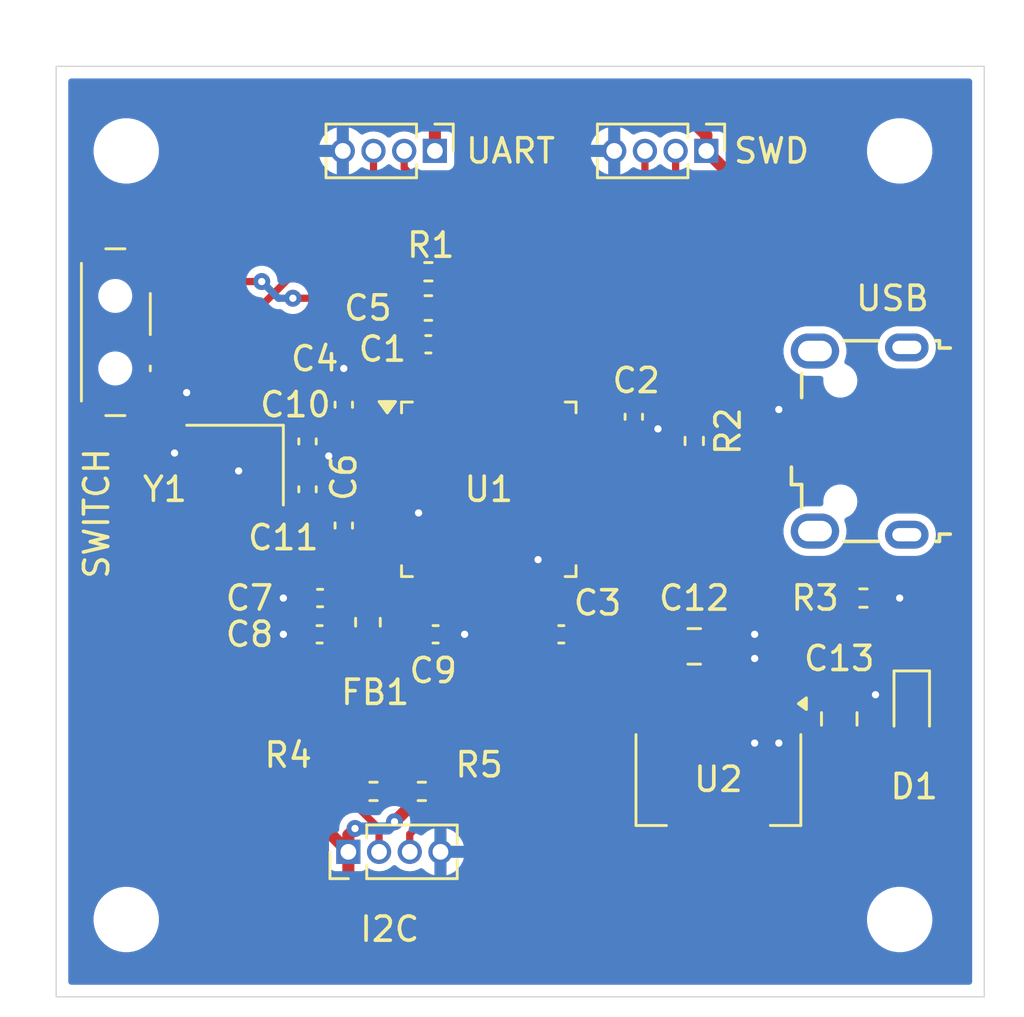
<source format=kicad_pcb>
(kicad_pcb (version 20240108) (generator "pcbnew") (generator_version "8.0")
  (layers (0 "F.Cu" signal) (31 "B.Cu" power) (34 "B.Paste" user) (35 "F.Paste" user) (36 "B.SilkS" user "B.Silkscreen") (37 "F.SilkS" user "F.Silkscreen") (38 "B.Mask" user) (39 "F.Mask" user) (44 "Edge.Cuts" user))
  (net 0 "")
  (net 1 "+3.3V")
  (net 2 "GND")
  (net 3 "+3.3VA")
  (net 4 "/NRST")
  (net 5 "/HSE_IN")
  (net 6 "/HSE_OUT")
  (net 7 "VBUS")
  (net 8 "/PW_LED")
  (net 12 "/USB_D-")
  (net 13 "/USB_D+")
  (net 16 "/SWCLK")
  (net 17 "/SWDIO")
  (net 18 "Net-(J3-Pin_3)")
  (net 19 "Net-(J3-Pin_2)")
  (net 20 "Net-(J4-Pin_2)")
  (net 21 "Net-(J4-Pin_3)")
  (net 22 "/SW_BOOT0")
  (net 23 "/BOOT0")
  (footprint "Capacitor_SMD:C_0603_1608Metric" (layer "F.Cu") (at 81.5 65 180)
    (property "Reference" "C5" (at 2.5 0 360) (layer "F.SilkS"))
    (property "Value" "10u")
    (fp_line (start -0.14058 0.51) (end 0.14058 0.51) (stroke (width 0.12)) (layer "F.SilkS"))
    (fp_line (start -0.14058 -0.51) (end 0.14058 -0.51) (stroke (width 0.12)) (layer "F.SilkS"))
    (pad "1" smd roundrect (at -0.775 0 180) (size 0.9 0.95) (layers "F.Cu" "F.Paste" "F.Mask") (net 2 "GND"))
    (pad "2" smd roundrect (at 0.775 0 180) (size 0.9 0.95) (layers "F.Cu" "F.Paste" "F.Mask") (net 1 "+3.3V"))
  )
  (footprint "Connector_PinHeader_1.27mm:PinHeader_1x04_P1.27mm_Vertical" (layer "F.Cu") (at 78.19 87.5 90)
    (property "Reference" "I2C" (at -3.2 1.71 0) (layer "F.SilkS"))
    (property "Value" "Conn_01x04_Pin")
    (fp_line (start -1.11 -0.76) (end 0 -0.76) (stroke (width 0.12)) (layer "F.SilkS"))
    (fp_line (start -1.11 0) (end -1.11 -0.76) (stroke (width 0.12)) (layer "F.SilkS"))
    (fp_line (start 1.11 0.76) (end 1.11 4.505) (stroke (width 0.12)) (layer "F.SilkS"))
    (fp_line (start 0.563471 0.76) (end 1.11 0.76) (stroke (width 0.12)) (layer "F.SilkS"))
    (fp_line (start -1.11 0.76) (end -0.563471 0.76) (stroke (width 0.12)) (layer "F.SilkS"))
    (fp_line (start -1.11 0.76) (end -1.11 4.505) (stroke (width 0.12)) (layer "F.SilkS"))
    (fp_line (start 0.30753 4.505) (end 1.11 4.505) (stroke (width 0.12)) (layer "F.SilkS"))
    (fp_line (start -1.11 4.505) (end -0.30753 4.505) (stroke (width 0.12)) (layer "F.SilkS"))
    (pad "1" thru_hole rect (at 0 0 90) (size 1 1) (drill 0.65) (layers "*.Cu" "*.Mask") (net 1 "+3.3V"))
    (pad "2" thru_hole oval (at 0 1.27 90) (size 1 1) (drill 0.65) (layers "*.Cu" "*.Mask") (net 20 "Net-(J4-Pin_2)"))
    (pad "3" thru_hole oval (at 0 2.54 90) (size 1 1) (drill 0.65) (layers "*.Cu" "*.Mask") (net 21 "Net-(J4-Pin_3)"))
    (pad "4" thru_hole oval (at 0 3.81 90) (size 1 1) (drill 0.65) (layers "*.Cu" "*.Mask") (net 2 "GND"))
  )
  (footprint "Capacitor_SMD:C_0402_1005Metric" (layer "F.Cu") (at 78 69 -90)
    (property "Reference" "C4" (at -1.9 1.2 180) (layer "F.SilkS"))
    (property "Value" "100n")
    (fp_line (start -0.107836 0.36) (end 0.107836 0.36) (stroke (width 0.12)) (layer "F.SilkS"))
    (fp_line (start -0.107836 -0.36) (end 0.107836 -0.36) (stroke (width 0.12)) (layer "F.SilkS"))
    (pad "1" smd roundrect (at -0.48 0 270) (size 0.56 0.62) (layers "F.Cu" "F.Paste" "F.Mask") (net 2 "GND"))
    (pad "2" smd roundrect (at 0.48 0 270) (size 0.56 0.62) (layers "F.Cu" "F.Paste" "F.Mask") (net 1 "+3.3V"))
  )
  (footprint "Button_Switch_SMD:SW_SPDT_PCM12" (layer "F.Cu") (at 68.875 66 -90)
    (property "Reference" "SWITCH" (at 7.5 1.1 90) (layer "F.SilkS"))
    (property "Value" "SW_SPDT")
    (fp_line (start -2.85 1.73) (end 2.85 1.73) (stroke (width 0.12)) (layer "F.SilkS"))
    (fp_line (start 3.45 0.72) (end 3.45 -0.07) (stroke (width 0.12)) (layer "F.SilkS"))
    (fp_line (start -3.45 -0.07) (end -3.45 0.72) (stroke (width 0.12)) (layer "F.SilkS"))
    (fp_line (start -1.6 -1.12) (end 0.1 -1.12) (stroke (width 0.12)) (layer "F.SilkS"))
    (fp_line (start 1.4 -1.12) (end 1.6 -1.12) (stroke (width 0.12)) (layer "F.SilkS"))
    (pad "" smd rect (at -3.65 -0.78 270) (size 1 0.8) (layers "F.Cu" "F.Paste" "F.Mask"))
    (pad "" smd rect (at -3.65 1.43 270) (size 1 0.8) (layers "F.Cu" "F.Paste" "F.Mask"))
    (pad "" np_thru_hole circle (at -1.5 0.33 270) (size 0.9 0.9) (drill 0.9) (layers "*.Cu" "*.Mask"))
    (pad "" np_thru_hole circle (at 1.5 0.33 270) (size 0.9 0.9) (drill 0.9) (layers "*.Cu" "*.Mask"))
    (pad "" smd rect (at 3.65 -0.78 270) (size 1 0.8) (layers "F.Cu" "F.Paste" "F.Mask"))
    (pad "" smd rect (at 3.65 1.43 270) (size 1 0.8) (layers "F.Cu" "F.Paste" "F.Mask"))
    (pad "1" smd rect (at -2.25 -1.43 270) (size 0.7 1.5) (layers "F.Cu" "F.Paste" "F.Mask") (net 1 "+3.3V"))
    (pad "2" smd rect (at 0.75 -1.43 270) (size 0.7 1.5) (layers "F.Cu" "F.Paste" "F.Mask") (net 22 "/SW_BOOT0"))
    (pad "3" smd rect (at 2.25 -1.43 270) (size 0.7 1.5) (layers "F.Cu" "F.Paste" "F.Mask") (net 2 "GND"))
  )
  (footprint "LED_SMD:LED_0603_1608Metric" (layer "F.Cu") (at 101.5 81.5 -90)
    (property "Reference" "D1" (at 3.3 -0.1 360) (layer "F.SilkS"))
    (property "Value" "LED")
    (fp_line (start -1.485 0.735) (end 0.8 0.735) (stroke (width 0.12)) (layer "F.SilkS"))
    (fp_line (start -1.485 -0.735) (end -1.485 0.735) (stroke (width 0.12)) (layer "F.SilkS"))
    (fp_line (start 0.8 -0.735) (end -1.485 -0.735) (stroke (width 0.12)) (layer "F.SilkS"))
    (pad "1" smd roundrect (at -0.7875 0 270) (size 0.875 0.95) (layers "F.Cu" "F.Paste" "F.Mask") (net 8 "/PW_LED"))
    (pad "2" smd roundrect (at 0.7875 0 270) (size 0.875 0.95) (layers "F.Cu" "F.Paste" "F.Mask") (net 1 "+3.3V"))
  )
  (footprint "Capacitor_SMD:C_0402_1005Metric" (layer "F.Cu") (at 87 78.5)
    (property "Reference" "C3" (at 1.5 -1.3 0) (layer "F.SilkS"))
    (property "Value" "100n")
    (fp_line (start -0.107836 -0.36) (end 0.107836 -0.36) (stroke (width 0.12)) (layer "F.SilkS"))
    (fp_line (start -0.107836 0.36) (end 0.107836 0.36) (stroke (width 0.12)) (layer "F.SilkS"))
    (pad "1" smd roundrect (at -0.48 0) (size 0.56 0.62) (layers "F.Cu" "F.Paste" "F.Mask") (net 2 "GND"))
    (pad "2" smd roundrect (at 0.48 0) (size 0.56 0.62) (layers "F.Cu" "F.Paste" "F.Mask") (net 1 "+3.3V"))
  )
  (footprint "Resistor_SMD:R_0402_1005Metric" (layer "F.Cu") (at 79.23 85 180)
    (property "Reference" "R4" (at 3.53 1.5 360) (layer "F.SilkS"))
    (property "Value" "1k5")
    (fp_line (start -0.153641 0.38) (end 0.153641 0.38) (stroke (width 0.12)) (layer "F.SilkS"))
    (fp_line (start -0.153641 -0.38) (end 0.153641 -0.38) (stroke (width 0.12)) (layer "F.SilkS"))
    (pad "1" smd roundrect (at -0.51 0 180) (size 0.54 0.64) (layers "F.Cu" "F.Paste" "F.Mask") (net 1 "+3.3V"))
    (pad "2" smd roundrect (at 0.51 0 180) (size 0.54 0.64) (layers "F.Cu" "F.Paste" "F.Mask") (net 20 "Net-(J4-Pin_2)"))
  )
  (footprint "MountingHole:MountingHole_2.2mm_M2" (layer "F.Cu") (at 101 58.5)
    (property "Reference" "H3" (hide yes))
    (property "Value" "MountingHole")
    (pad "" np_thru_hole circle (at 0 0) (size 2.2 2.2) (drill 2.2) (layers "*.Cu" "*.Mask"))
  )
  (footprint "Package_TO_SOT_SMD:SOT-223-3_TabPin2" (layer "F.Cu") (at 93.5 84.5 -90)
    (property "Reference" "U2" (at 0 0 180) (layer "F.SilkS"))
    (property "Value" "AMS1117-3.3")
    (fp_line (start -1.85 3.41) (end 1.91 3.41) (stroke (width 0.12)) (layer "F.SilkS"))
    (fp_line (start 1.91 3.41) (end 1.91 2.15) (stroke (width 0.12)) (layer "F.SilkS"))
    (fp_line (start -1.85 -3.41) (end 1.91 -3.41) (stroke (width 0.12)) (layer "F.SilkS"))
    (fp_line (start 1.91 -3.41) (end 1.91 -2.15) (stroke (width 0.12)) (layer "F.SilkS"))
    (fp_poly (pts (xy -3.13 -3.31) (xy -3.37 -3.64) (xy -2.89 -3.64) (xy -3.13 -3.31)) (stroke (width 0.12)) (fill solid) (layer "F.SilkS"))
    (pad "1" smd roundrect (at -3.15 -2.3 270) (size 2 1.5) (layers "F.Cu" "F.Paste" "F.Mask") (net 2 "GND"))
    (pad "2" smd roundrect (at -3.15 0 270) (size 2 1.5) (layers "F.Cu" "F.Paste" "F.Mask") (net 1 "+3.3V"))
    (pad "2" smd roundrect (at 3.15 0 270) (size 2 3.8) (layers "F.Cu" "F.Paste" "F.Mask") (net 1 "+3.3V"))
    (pad "3" smd roundrect (at -3.15 2.3 270) (size 2 1.5) (layers "F.Cu" "F.Paste" "F.Mask") (net 7 "VBUS"))
  )
  (footprint "Connector_USB:USB_Micro-B_Wuerth_629105150521" (layer "F.Cu") (at 99.345 70.505 90)
    (property "Reference" "USB" (at 5.905 1.355 180) (layer "F.SilkS"))
    (property "Value" "USB_B_Micro")
    (fp_line (start -1.075 -2.825) (end -1.8 -2.825) (stroke (width 0.15)) (layer "F.SilkS"))
    (fp_line (start -1.8 -2.825) (end -1.8 -2.4) (stroke (width 0.15)) (layer "F.SilkS"))
    (fp_line (start 1.8 -2.4) (end 2.8 -2.4) (stroke (width 0.15)) (layer "F.SilkS"))
    (fp_line (start -1.8 -2.4) (end -2.8 -2.4) (stroke (width 0.15)) (layer "F.SilkS"))
    (fp_line (start -4.15 -0.65) (end -4.15 0.75) (stroke (width 0.15)) (layer "F.SilkS"))
    (fp_line (start 4.15 0.75) (end 4.15 -0.65) (stroke (width 0.15)) (layer "F.SilkS"))
    (fp_line (start -4.15 3.15) (end -4.15 3.3) (stroke (width 0.15)) (layer "F.SilkS"))
    (fp_line (start 4.15 3.3) (end 4.15 3.15) (stroke (width 0.15)) (layer "F.SilkS"))
    (fp_line (start 3.85 3.3) (end 4.15 3.3) (stroke (width 0.15)) (layer "F.SilkS"))
    (fp_line (start -3.85 3.3) (end -3.85 3.75) (stroke (width 0.15)) (layer "F.SilkS"))
    (fp_line (start -4.15 3.3) (end -3.85 3.3) (stroke (width 0.15)) (layer "F.SilkS"))
    (fp_line (start 3.85 3.75) (end 3.85 3.3) (stroke (width 0.15)) (layer "F.SilkS"))
    (pad "" np_thru_hole oval (at -2.5 -0.8 90) (size 0.8 0.8) (drill 0.8) (layers "*.Cu" "*.Mask"))
    (pad "" np_thru_hole oval (at 2.5 -0.8 90) (size 0.8 0.8) (drill 0.8) (layers "*.Cu" "*.Mask"))
    (pad "1" smd rect (at -1.3 -1.9 90) (size 0.45 1.3) (layers "F.Cu" "F.Paste" "F.Mask") (net 7 "VBUS"))
    (pad "2" smd rect (at -0.65 -1.9 90) (size 0.45 1.3) (layers "F.Cu" "F.Paste" "F.Mask") (net 12 "/USB_D-"))
    (pad "3" smd rect (at 0 -1.9 90) (size 0.45 1.3) (layers "F.Cu" "F.Paste" "F.Mask") (net 13 "/USB_D+"))
    (pad "4" smd rect (at 0.65 -1.9 90) (size 0.45 1.3) (layers "F.Cu" "F.Paste" "F.Mask"))
    (pad "5" smd rect (at 1.3 -1.9 90) (size 0.45 1.3) (layers "F.Cu" "F.Paste" "F.Mask") (net 2 "GND"))
    (pad "6" thru_hole oval (at -3.875 1.95 90) (size 1.15 1.8) (drill oval 0.55 1.2) (layers "*.Cu" "*.Mask"))
    (pad "6" thru_hole oval (at -3.725 -1.85 90) (size 1.45 2) (drill oval 0.85 1.4) (layers "*.Cu" "*.Mask"))
    (pad "6" thru_hole oval (at 3.725 -1.85 90) (size 1.45 2) (drill oval 0.85 1.4) (layers "*.Cu" "*.Mask"))
    (pad "6" thru_hole oval (at 3.875 1.95 90) (size 1.15 1.8) (drill oval 0.55 1.2) (layers "*.Cu" "*.Mask"))
  )
  (footprint "Capacitor_SMD:C_0402_1005Metric" (layer "F.Cu") (at 90 69.5 90)
    (property "Reference" "C2" (at 1.5 0.1 0) (layer "F.SilkS"))
    (property "Value" "100n")
    (fp_line (start -0.107836 -0.36) (end 0.107836 -0.36) (stroke (width 0.12)) (layer "F.SilkS"))
    (fp_line (start -0.107836 0.36) (end 0.107836 0.36) (stroke (width 0.12)) (layer "F.SilkS"))
    (pad "1" smd roundrect (at -0.48 0 90) (size 0.56 0.62) (layers "F.Cu" "F.Paste" "F.Mask") (net 2 "GND"))
    (pad "2" smd roundrect (at 0.48 0 90) (size 0.56 0.62) (layers "F.Cu" "F.Paste" "F.Mask") (net 1 "+3.3V"))
  )
  (footprint "Crystal:Crystal_SMD_3225-4Pin_3.2x2.5mm" (layer "F.Cu") (at 73.5 71.5 180)
    (property "Reference" "Y1" (at 2.9 -1 0) (layer "F.SilkS"))
    (property "Value" "16MHz")
    (fp_line (start -2 1.65) (end 2 1.65) (stroke (width 0.12)) (layer "F.SilkS"))
    (fp_line (start -2 -1.65) (end -2 1.65) (stroke (width 0.12)) (layer "F.SilkS"))
    (pad "1" smd rect (at -1.1 0.85 180) (size 1.4 1.2) (layers "F.Cu" "F.Paste" "F.Mask") (net 5 "/HSE_IN"))
    (pad "2" smd rect (at 1.1 0.85 180) (size 1.4 1.2) (layers "F.Cu" "F.Paste" "F.Mask") (net 2 "GND"))
    (pad "3" smd rect (at 1.1 -0.85 180) (size 1.4 1.2) (layers "F.Cu" "F.Paste" "F.Mask") (net 6 "/HSE_OUT"))
    (pad "4" smd rect (at -1.1 -0.85 180) (size 1.4 1.2) (layers "F.Cu" "F.Paste" "F.Mask") (net 2 "GND"))
  )
  (footprint "Package_QFP:LQFP-48_7x7mm_P0.5mm" (layer "F.Cu") (at 84 72.5)
    (property "Reference" "U1" (at 0 0 0) (layer "F.SilkS"))
    (property "Value" "STM32F103C8Tx")
    (fp_line (start -3.61 -3.61) (end -3.61 -3.16) (stroke (width 0.12)) (layer "F.SilkS"))
    (fp_line (start -3.61 3.61) (end -3.61 3.16) (stroke (width 0.12)) (layer "F.SilkS"))
    (fp_line (start -3.16 -3.61) (end -3.61 -3.61) (stroke (width 0.12)) (layer "F.SilkS"))
    (fp_line (start -3.16 3.61) (end -3.61 3.61) (stroke (width 0.12)) (layer "F.SilkS"))
    (fp_line (start 3.16 -3.61) (end 3.61 -3.61) (stroke (width 0.12)) (layer "F.SilkS"))
    (fp_line (start 3.16 3.61) (end 3.61 3.61) (stroke (width 0.12)) (layer "F.SilkS"))
    (fp_line (start 3.61 -3.61) (end 3.61 -3.16) (stroke (width 0.12)) (layer "F.SilkS"))
    (fp_line (start 3.61 3.61) (end 3.61 3.16) (stroke (width 0.12)) (layer "F.SilkS"))
    (fp_poly (pts (xy -4.2 -3.16) (xy -4.54 -3.63) (xy -3.86 -3.63) (xy -4.2 -3.16)) (stroke (width 0.12)) (fill solid) (layer "F.SilkS"))
    (pad "1" smd roundrect (at -4.1625 -2.75) (size 1.475 0.3) (layers "F.Cu" "F.Paste" "F.Mask") (net 1 "+3.3V"))
    (pad "2" smd roundrect (at -4.1625 -2.25) (size 1.475 0.3) (layers "F.Cu" "F.Paste" "F.Mask"))
    (pad "3" smd roundrect (at -4.1625 -1.75) (size 1.475 0.3) (layers "F.Cu" "F.Paste" "F.Mask"))
    (pad "4" smd roundrect (at -4.1625 -1.25) (size 1.475 0.3) (layers "F.Cu" "F.Paste" "F.Mask"))
    (pad "5" smd roundrect (at -4.1625 -0.75) (size 1.475 0.3) (layers "F.Cu" "F.Paste" "F.Mask") (net 5 "/HSE_IN"))
    (pad "6" smd roundrect (at -4.1625 -0.25) (size 1.475 0.3) (layers "F.Cu" "F.Paste" "F.Mask") (net 6 "/HSE_OUT"))
    (pad "7" smd roundrect (at -4.1625 0.25) (size 1.475 0.3) (layers "F.Cu" "F.Paste" "F.Mask") (net 4 "/NRST"))
    (pad "8" smd roundrect (at -4.1625 0.75) (size 1.475 0.3) (layers "F.Cu" "F.Paste" "F.Mask") (net 2 "GND"))
    (pad "9" smd roundrect (at -4.1625 1.25) (size 1.475 0.3) (layers "F.Cu" "F.Paste" "F.Mask") (net 3 "+3.3VA"))
    (pad "10" smd roundrect (at -4.1625 1.75) (size 1.475 0.3) (layers "F.Cu" "F.Paste" "F.Mask"))
    (pad "11" smd roundrect (at -4.1625 2.25) (size 1.475 0.3) (layers "F.Cu" "F.Paste" "F.Mask"))
    (pad "12" smd roundrect (at -4.1625 2.75) (size 1.475 0.3) (layers "F.Cu" "F.Paste" "F.Mask"))
    (pad "13" smd roundrect (at -2.75 4.1625) (size 0.3 1.475) (layers "F.Cu" "F.Paste" "F.Mask"))
    (pad "14" smd roundrect (at -2.25 4.1625) (size 0.3 1.475) (layers "F.Cu" "F.Paste" "F.Mask"))
    (pad "15" smd roundrect (at -1.75 4.1625) (size 0.3 1.475) (layers "F.Cu" "F.Paste" "F.Mask"))
    (pad "16" smd roundrect (at -1.25 4.1625) (size 0.3 1.475) (layers "F.Cu" "F.Paste" "F.Mask"))
    (pad "17" smd roundrect (at -0.75 4.1625) (size 0.3 1.475) (layers "F.Cu" "F.Paste" "F.Mask"))
    (pad "18" smd roundrect (at -0.25 4.1625) (size 0.3 1.475) (layers "F.Cu" "F.Paste" "F.Mask"))
    (pad "19" smd roundrect (at 0.25 4.1625) (size 0.3 1.475) (layers "F.Cu" "F.Paste" "F.Mask"))
    (pad "20" smd roundrect (at 0.75 4.1625) (size 0.3 1.475) (layers "F.Cu" "F.Paste" "F.Mask"))
    (pad "21" smd roundrect (at 1.25 4.1625) (size 0.3 1.475) (layers "F.Cu" "F.Paste" "F.Mask") (net 20 "Net-(J4-Pin_2)"))
    (pad "22" smd roundrect (at 1.75 4.1625) (size 0.3 1.475) (layers "F.Cu" "F.Paste" "F.Mask") (net 21 "Net-(J4-Pin_3)"))
    (pad "23" smd roundrect (at 2.25 4.1625) (size 0.3 1.475) (layers "F.Cu" "F.Paste" "F.Mask") (net 2 "GND"))
    (pad "24" smd roundrect (at 2.75 4.1625) (size 0.3 1.475) (layers "F.Cu" "F.Paste" "F.Mask") (net 1 "+3.3V"))
    (pad "25" smd roundrect (at 4.1625 2.75) (size 1.475 0.3) (layers "F.Cu" "F.Paste" "F.Mask"))
    (pad "26" smd roundrect (at 4.1625 2.25) (size 1.475 0.3) (layers "F.Cu" "F.Paste" "F.Mask"))
    (pad "27" smd roundrect (at 4.1625 1.75) (size 1.475 0.3) (layers "F.Cu" "F.Paste" "F.Mask"))
    (pad "28" smd roundrect (at 4.1625 1.25) (size 1.475 0.3) (layers "F.Cu" "F.Paste" "F.Mask"))
    (pad "29" smd roundrect (at 4.1625 0.75) (size 1.475 0.3) (layers "F.Cu" "F.Paste" "F.Mask"))
    (pad "30" smd roundrect (at 4.1625 0.25) (size 1.475 0.3) (layers "F.Cu" "F.Paste" "F.Mask"))
    (pad "31" smd roundrect (at 4.1625 -0.25) (size 1.475 0.3) (layers "F.Cu" "F.Paste" "F.Mask"))
    (pad "32" smd roundrect (at 4.1625 -0.75) (size 1.475 0.3) (layers "F.Cu" "F.Paste" "F.Mask") (net 12 "/USB_D-"))
    (pad "33" smd roundrect (at 4.1625 -1.25) (size 1.475 0.3) (layers "F.Cu" "F.Paste" "F.Mask") (net 13 "/USB_D+"))
    (pad "34" smd roundrect (at 4.1625 -1.75) (size 1.475 0.3) (layers "F.Cu" "F.Paste" "F.Mask") (net 17 "/SWDIO"))
    (pad "35" smd roundrect (at 4.1625 -2.25) (size 1.475 0.3) (layers "F.Cu" "F.Paste" "F.Mask") (net 2 "GND"))
    (pad "36" smd roundrect (at 4.1625 -2.75) (size 1.475 0.3) (layers "F.Cu" "F.Paste" "F.Mask") (net 1 "+3.3V"))
    (pad "37" smd roundrect (at 2.75 -4.1625) (size 0.3 1.475) (layers "F.Cu" "F.Paste" "F.Mask") (net 16 "/SWCLK"))
    (pad "38" smd roundrect (at 2.25 -4.1625) (size 0.3 1.475) (layers "F.Cu" "F.Paste" "F.Mask"))
    (pad "39" smd roundrect (at 1.75 -4.1625) (size 0.3 1.475) (layers "F.Cu" "F.Paste" "F.Mask"))
    (pad "40" smd roundrect (at 1.25 -4.1625) (size 0.3 1.475) (layers "F.Cu" "F.Paste" "F.Mask"))
    (pad "41" smd roundrect (at 0.75 -4.1625) (size 0.3 1.475) (layers "F.Cu" "F.Paste" "F.Mask"))
    (pad "42" smd roundrect (at 0.25 -4.1625) (size 0.3 1.475) (layers "F.Cu" "F.Paste" "F.Mask") (net 19 "Net-(J3-Pin_2)"))
    (pad "43" smd roundrect (at -0.25 -4.1625) (size 0.3 1.475) (layers "F.Cu" "F.Paste" "F.Mask") (net 18 "Net-(J3-Pin_3)"))
    (pad "44" smd roundrect (at -0.75 -4.1625) (size 0.3 1.475) (layers "F.Cu" "F.Paste" "F.Mask") (net 23 "/BOOT0"))
    (pad "45" smd roundrect (at -1.25 -4.1625) (size 0.3 1.475) (layers "F.Cu" "F.Paste" "F.Mask"))
    (pad "46" smd roundrect (at -1.75 -4.1625) (size 0.3 1.475) (layers "F.Cu" "F.Paste" "F.Mask"))
    (pad "47" smd roundrect (at -2.25 -4.1625) (size 0.3 1.475) (layers "F.Cu" "F.Paste" "F.Mask") (net 2 "GND"))
    (pad "48" smd roundrect (at -2.75 -4.1625) (size 0.3 1.475) (layers "F.Cu" "F.Paste" "F.Mask") (net 1 "+3.3V"))
  )
  (footprint "Capacitor_SMD:C_0402_1005Metric" (layer "F.Cu") (at 81.5 66.5 180)
    (property "Reference" "C1" (at 1.9 -0.2 360) (layer "F.SilkS"))
    (property "Value" "100n")
    (fp_line (start -0.107836 0.36) (end 0.107836 0.36) (stroke (width 0.12)) (layer "F.SilkS"))
    (fp_line (start -0.107836 -0.36) (end 0.107836 -0.36) (stroke (width 0.12)) (layer "F.SilkS"))
    (pad "1" smd roundrect (at -0.48 0 180) (size 0.56 0.62) (layers "F.Cu" "F.Paste" "F.Mask") (net 2 "GND"))
    (pad "2" smd roundrect (at 0.48 0 180) (size 0.56 0.62) (layers "F.Cu" "F.Paste" "F.Mask") (net 1 "+3.3V"))
  )
  (footprint "Resistor_SMD:R_0402_1005Metric" (layer "F.Cu") (at 81.5 63.5)
    (property "Reference" "R1" (at 0.1 -1.1 180) (layer "F.SilkS"))
    (property "Value" "10k")
    (fp_line (start -0.153641 -0.38) (end 0.153641 -0.38) (stroke (width 0.12)) (layer "F.SilkS"))
    (fp_line (start -0.153641 0.38) (end 0.153641 0.38) (stroke (width 0.12)) (layer "F.SilkS"))
    (pad "1" smd roundrect (at -0.51 0) (size 0.54 0.64) (layers "F.Cu" "F.Paste" "F.Mask") (net 22 "/SW_BOOT0"))
    (pad "2" smd roundrect (at 0.51 0) (size 0.54 0.64) (layers "F.Cu" "F.Paste" "F.Mask") (net 23 "/BOOT0"))
  )
  (footprint "Capacitor_SMD:C_0805_2012Metric" (layer "F.Cu") (at 98.5 82 -90)
    (property "Reference" "C13" (at -2.5 0 0) (layer "F.SilkS"))
    (property "Value" "22u")
    (fp_line (start -0.261252 0.735) (end 0.261252 0.735) (stroke (width 0.12)) (layer "F.SilkS"))
    (fp_line (start -0.261252 -0.735) (end 0.261252 -0.735) (stroke (width 0.12)) (layer "F.SilkS"))
    (pad "1" smd roundrect (at -0.95 0 270) (size 1 1.45) (layers "F.Cu" "F.Paste" "F.Mask") (net 2 "GND"))
    (pad "2" smd roundrect (at 0.95 0 270) (size 1 1.45) (layers "F.Cu" "F.Paste" "F.Mask") (net 1 "+3.3V"))
  )
  (footprint "Capacitor_SMD:C_0402_1005Metric" (layer "F.Cu") (at 76.5 70.52 -90)
    (property "Reference" "C10" (at -1.52 0.5 180) (layer "F.SilkS"))
    (property "Value" "10pF")
    (fp_line (start -0.107836 0.36) (end 0.107836 0.36) (stroke (width 0.12)) (layer "F.SilkS"))
    (fp_line (start -0.107836 -0.36) (end 0.107836 -0.36) (stroke (width 0.12)) (layer "F.SilkS"))
    (pad "1" smd roundrect (at -0.48 0 270) (size 0.56 0.62) (layers "F.Cu" "F.Paste" "F.Mask") (net 5 "/HSE_IN"))
    (pad "2" smd roundrect (at 0.48 0 270) (size 0.56 0.62) (layers "F.Cu" "F.Paste" "F.Mask") (net 2 "GND"))
  )
  (footprint "Connector_PinHeader_1.27mm:PinHeader_1x04_P1.27mm_Vertical" (layer "F.Cu") (at 81.77 58.5 -90)
    (property "Reference" "UART" (at 0 -3.13 180) (layer "F.SilkS"))
    (property "Value" "Conn_01x04_Pin")
    (fp_line (start -1.11 4.505) (end -0.30753 4.505) (stroke (width 0.12)) (layer "F.SilkS"))
    (fp_line (start 0.30753 4.505) (end 1.11 4.505) (stroke (width 0.12)) (layer "F.SilkS"))
    (fp_line (start -1.11 0.76) (end -1.11 4.505) (stroke (width 0.12)) (layer "F.SilkS"))
    (fp_line (start -1.11 0.76) (end -0.563471 0.76) (stroke (width 0.12)) (layer "F.SilkS"))
    (fp_line (start 0.563471 0.76) (end 1.11 0.76) (stroke (width 0.12)) (layer "F.SilkS"))
    (fp_line (start 1.11 0.76) (end 1.11 4.505) (stroke (width 0.12)) (layer "F.SilkS"))
    (fp_line (start -1.11 0) (end -1.11 -0.76) (stroke (width 0.12)) (layer "F.SilkS"))
    (fp_line (start -1.11 -0.76) (end 0 -0.76) (stroke (width 0.12)) (layer "F.SilkS"))
    (pad "1" thru_hole rect (at 0 0 270) (size 1 1) (drill 0.65) (layers "*.Cu" "*.Mask") (net 1 "+3.3V"))
    (pad "2" thru_hole oval (at 0 1.27 270) (size 1 1) (drill 0.65) (layers "*.Cu" "*.Mask") (net 19 "Net-(J3-Pin_2)"))
    (pad "3" thru_hole oval (at 0 2.54 270) (size 1 1) (drill 0.65) (layers "*.Cu" "*.Mask") (net 18 "Net-(J3-Pin_3)"))
    (pad "4" thru_hole oval (at 0 3.81 270) (size 1 1) (drill 0.65) (layers "*.Cu" "*.Mask") (net 2 "GND"))
  )
  (footprint "Capacitor_SMD:C_0402_1005Metric" (layer "F.Cu") (at 76.5 72.5 90)
    (property "Reference" "C11" (at -2 -1 180) (layer "F.SilkS"))
    (property "Value" "10pF")
    (fp_line (start -0.107836 -0.36) (end 0.107836 -0.36) (stroke (width 0.12)) (layer "F.SilkS"))
    (fp_line (start -0.107836 0.36) (end 0.107836 0.36) (stroke (width 0.12)) (layer "F.SilkS"))
    (pad "1" smd roundrect (at -0.48 0 90) (size 0.56 0.62) (layers "F.Cu" "F.Paste" "F.Mask") (net 6 "/HSE_OUT"))
    (pad "2" smd roundrect (at 0.48 0 90) (size 0.56 0.62) (layers "F.Cu" "F.Paste" "F.Mask") (net 2 "GND"))
  )
  (footprint "MountingHole:MountingHole_2.2mm_M2" (layer "F.Cu") (at 69 58.5)
    (property "Reference" "H1" (hide yes))
    (property "Value" "MountingHole")
    (pad "" np_thru_hole circle (at 0 0) (size 2.2 2.2) (drill 2.2) (layers "*.Cu" "*.Mask"))
  )
  (footprint "Inductor_SMD:L_0603_1608Metric" (layer "F.Cu") (at 79 78 -90)
    (property "Reference" "FB1" (at 2.9 -0.3 180) (layer "F.SilkS"))
    (property "Value" "120R")
    (fp_line (start -0.162779 0.51) (end 0.162779 0.51) (stroke (width 0.12)) (layer "F.SilkS"))
    (fp_line (start -0.162779 -0.51) (end 0.162779 -0.51) (stroke (width 0.12)) (layer "F.SilkS"))
    (pad "1" smd roundrect (at -0.7875 0 270) (size 0.875 0.95) (layers "F.Cu" "F.Paste" "F.Mask") (net 3 "+3.3VA"))
    (pad "2" smd roundrect (at 0.7875 0 270) (size 0.875 0.95) (layers "F.Cu" "F.Paste" "F.Mask") (net 1 "+3.3V"))
  )
  (footprint "Capacitor_SMD:C_0402_1005Metric" (layer "F.Cu") (at 77 78.5)
    (property "Reference" "C8" (at -2.9 0 0) (layer "F.SilkS"))
    (property "Value" "1u")
    (fp_line (start -0.107836 -0.36) (end 0.107836 -0.36) (stroke (width 0.12)) (layer "F.SilkS"))
    (fp_line (start -0.107836 0.36) (end 0.107836 0.36) (stroke (width 0.12)) (layer "F.SilkS"))
    (pad "1" smd roundrect (at -0.48 0) (size 0.56 0.62) (layers "F.Cu" "F.Paste" "F.Mask") (net 2 "GND"))
    (pad "2" smd roundrect (at 0.48 0) (size 0.56 0.62) (layers "F.Cu" "F.Paste" "F.Mask") (net 1 "+3.3V"))
  )
  (footprint "MountingHole:MountingHole_2.2mm_M2" (layer "F.Cu") (at 69 90.3)
    (property "Reference" "H2" (hide yes))
    (property "Value" "MountingHole")
    (pad "" np_thru_hole circle (at 0 0) (size 2.2 2.2) (drill 2.2) (layers "*.Cu" "*.Mask"))
  )
  (footprint "Resistor_SMD:R_0402_1005Metric" (layer "F.Cu") (at 81.23 85)
    (property "Reference" "R5" (at 2.37 -1.1 360) (layer "F.SilkS"))
    (property "Value" "1k5")
    (fp_line (start -0.153641 -0.38) (end 0.153641 -0.38) (stroke (width 0.12)) (layer "F.SilkS"))
    (fp_line (start -0.153641 0.38) (end 0.153641 0.38) (stroke (width 0.12)) (layer "F.SilkS"))
    (pad "1" smd roundrect (at -0.51 0) (size 0.54 0.64) (layers "F.Cu" "F.Paste" "F.Mask") (net 1 "+3.3V"))
    (pad "2" smd roundrect (at 0.51 0) (size 0.54 0.64) (layers "F.Cu" "F.Paste" "F.Mask") (net 21 "Net-(J4-Pin_3)"))
  )
  (footprint "MountingHole:MountingHole_2.2mm_M2" (layer "F.Cu") (at 101 90.3)
    (property "Reference" "H4" (hide yes))
    (property "Value" "MountingHole")
    (pad "" np_thru_hole circle (at 0 0) (size 2.2 2.2) (drill 2.2) (layers "*.Cu" "*.Mask"))
  )
  (footprint "Capacitor_SMD:C_0402_1005Metric" (layer "F.Cu") (at 77.02 77)
    (property "Reference" "C7" (at -2.92 0 360) (layer "F.SilkS"))
    (property "Value" "1u")
    (fp_line (start -0.107836 -0.36) (end 0.107836 -0.36) (stroke (width 0.12)) (layer "F.SilkS"))
    (fp_line (start -0.107836 0.36) (end 0.107836 0.36) (stroke (width 0.12)) (layer "F.SilkS"))
    (pad "1" smd roundrect (at -0.48 0) (size 0.56 0.62) (layers "F.Cu" "F.Paste" "F.Mask") (net 2 "GND"))
    (pad "2" smd roundrect (at 0.48 0) (size 0.56 0.62) (layers "F.Cu" "F.Paste" "F.Mask") (net 3 "+3.3VA"))
  )
  (footprint "Capacitor_SMD:C_0402_1005Metric" (layer "F.Cu") (at 81.8 78.5 180)
    (property "Reference" "C9" (at 0.1 -1.5 360) (layer "F.SilkS"))
    (property "Value" "100n")
    (fp_line (start -0.107836 0.36) (end 0.107836 0.36) (stroke (width 0.12)) (layer "F.SilkS"))
    (fp_line (start -0.107836 -0.36) (end 0.107836 -0.36) (stroke (width 0.12)) (layer "F.SilkS"))
    (pad "1" smd roundrect (at -0.48 0 180) (size 0.56 0.62) (layers "F.Cu" "F.Paste" "F.Mask") (net 2 "GND"))
    (pad "2" smd roundrect (at 0.48 0 180) (size 0.56 0.62) (layers "F.Cu" "F.Paste" "F.Mask") (net 4 "/NRST"))
  )
  (footprint "Resistor_SMD:R_0402_1005Metric" (layer "F.Cu") (at 92.5 70.5 -90)
    (property "Reference" "R2" (at -0.4 -1.4 90) (layer "F.SilkS"))
    (property "Value" "1k5")
    (fp_line (start -0.153641 0.38) (end 0.153641 0.38) (stroke (width 0.12)) (layer "F.SilkS"))
    (fp_line (start -0.153641 -0.38) (end 0.153641 -0.38) (stroke (width 0.12)) (layer "F.SilkS"))
    (pad "1" smd roundrect (at -0.51 0 270) (size 0.54 0.64) (layers "F.Cu" "F.Paste" "F.Mask") (net 1 "+3.3V"))
    (pad "2" smd roundrect (at 0.51 0 270) (size 0.54 0.64) (layers "F.Cu" "F.Paste" "F.Mask") (net 13 "/USB_D+"))
  )
  (footprint "Resistor_SMD:R_0402_1005Metric" (layer "F.Cu") (at 99.5 77 180)
    (property "Reference" "R3" (at 2 0 180) (layer "F.SilkS"))
    (property "Value" "1k5")
    (fp_line (start -0.153641 0.38) (end 0.153641 0.38) (stroke (width 0.12)) (layer "F.SilkS"))
    (fp_line (start -0.153641 -0.38) (end 0.153641 -0.38) (stroke (width 0.12)) (layer "F.SilkS"))
    (pad "1" smd roundrect (at -0.51 0 180) (size 0.54 0.64) (layers "F.Cu" "F.Paste" "F.Mask") (net 2 "GND"))
    (pad "2" smd roundrect (at 0.51 0 180) (size 0.54 0.64) (layers "F.Cu" "F.Paste" "F.Mask") (net 8 "/PW_LED"))
  )
  (footprint "Connector_PinHeader_1.27mm:PinHeader_1x04_P1.27mm_Vertical" (layer "F.Cu") (at 93 58.5 -90)
    (property "Reference" "SWD" (at 0 -2.7 180) (layer "F.SilkS"))
    (property "Value" "Conn_01x04_Pin")
    (fp_line (start -1.11 4.505) (end -0.30753 4.505) (stroke (width 0.12)) (layer "F.SilkS"))
    (fp_line (start 0.30753 4.505) (end 1.11 4.505) (stroke (width 0.12)) (layer "F.SilkS"))
    (fp_line (start -1.11 0.76) (end -1.11 4.505) (stroke (width 0.12)) (layer "F.SilkS"))
    (fp_line (start -1.11 0.76) (end -0.563471 0.76) (stroke (width 0.12)) (layer "F.SilkS"))
    (fp_line (start 0.563471 0.76) (end 1.11 0.76) (stroke (width 0.12)) (layer "F.SilkS"))
    (fp_line (start 1.11 0.76) (end 1.11 4.505) (stroke (width 0.12)) (layer "F.SilkS"))
    (fp_line (start -1.11 0) (end -1.11 -0.76) (stroke (width 0.12)) (layer "F.SilkS"))
    (fp_line (start -1.11 -0.76) (end 0 -0.76) (stroke (width 0.12)) (layer "F.SilkS"))
    (pad "1" thru_hole rect (at 0 0 270) (size 1 1) (drill 0.65) (layers "*.Cu" "*.Mask") (net 1 "+3.3V"))
    (pad "2" thru_hole oval (at 0 1.27 270) (size 1 1) (drill 0.65) (layers "*.Cu" "*.Mask") (net 17 "/SWDIO"))
    (pad "3" thru_hole oval (at 0 2.54 270) (size 1 1) (drill 0.65) (layers "*.Cu" "*.Mask") (net 16 "/SWCLK"))
    (pad "4" thru_hole oval (at 0 3.81 270) (size 1 1) (drill 0.65) (layers "*.Cu" "*.Mask") (net 2 "GND"))
  )
  (footprint "Capacitor_SMD:C_0805_2012Metric" (layer "F.Cu") (at 92.5 79 180)
    (property "Reference" "C12" (at 0 2 360) (layer "F.SilkS"))
    (property "Value" "22u")
    (fp_line (start -0.261252 0.735) (end 0.261252 0.735) (stroke (width 0.12)) (layer "F.SilkS"))
    (fp_line (start -0.261252 -0.735) (end 0.261252 -0.735) (stroke (width 0.12)) (layer "F.SilkS"))
    (pad "1" smd roundrect (at -0.95 0 180) (size 1 1.45) (layers "F.Cu" "F.Paste" "F.Mask") (net 2 "GND"))
    (pad "2" smd roundrect (at 0.95 0 180) (size 1 1.45) (layers "F.Cu" "F.Paste" "F.Mask") (net 7 "VBUS"))
  )
  (footprint "Capacitor_SMD:C_0402_1005Metric" (layer "F.Cu") (at 78 74 -90)
    (property "Reference" "C6" (at -2 0 90) (layer "F.SilkS"))
    (property "Value" "10n")
    (fp_line (start -0.107836 0.36) (end 0.107836 0.36) (stroke (width 0.12)) (layer "F.SilkS"))
    (fp_line (start -0.107836 -0.36) (end 0.107836 -0.36) (stroke (width 0.12)) (layer "F.SilkS"))
    (pad "1" smd roundrect (at -0.48 0 270) (size 0.56 0.62) (layers "F.Cu" "F.Paste" "F.Mask") (net 2 "GND"))
    (pad "2" smd roundrect (at 0.48 0 270) (size 0.56 0.62) (layers "F.Cu" "F.Paste" "F.Mask") (net 3 "+3.3VA"))
  )
  (gr_rect (start 66.1 55) (end 104.5 93.5) (stroke (width 0.05)) (fill none) (layer "Edge.Cuts"))
  (segment (start 102.673267 82.726733) (end 101.7 83.7) (width 0.5) (layer "F.Cu") (net 1))
  (segment (start 89.5 89.3) (end 87.48 87.28) (width 0.5) (layer "F.Cu") (net 1))
  (segment (start 78.19 86.81) (end 78.465025 86.534975) (width 0.5) (layer "F.Cu") (net 1))
  (segment (start 99.95 82.95) (end 100.6125 82.2875) (width 0.5) (layer "F.Cu") (net 1))
  (segment (start 79.8375 69.75) (end 79.8375 67.2375) (width 0.3) (layer "F.Cu") (net 1))
  (segment (start 92.5 66.1) (end 96.55 62.05) (width 0.5) (layer "F.Cu") (net 1))
  (segment (start 71.95 63.45) (end 71.65 63.75) (width 0.5) (layer "F.Cu") (net 1))
  (segment (start 77.3 80.4875) (end 79 78.7875) (width 0.5) (layer "F.Cu") (net 1))
  (segment (start 92.5 69.99) (end 91.53 69.02) (width 0.5) (layer "F.Cu") (net 1))
  (segment (start 71.65 63.75) (end 69.93 63.75) (width 0.5) (layer "F.Cu") (net 1))
  (segment (start 100.6125 82.2875) (end 101.5 82.2875) (width 0.5) (layer "F.Cu") (net 1))
  (segment (start 74.605025 63.905025) (end 72.405025 63.905025) (width 0.3) (layer "F.Cu") (net 1))
  (segment (start 77.194975 64.594975) (end 75.894975 64.594975) (width 0.3) (layer "F.Cu") (net 1))
  (segment (start 78.27 69.75) (end 78 69.48) (width 0.3) (layer "F.Cu") (net 1))
  (segment (start 77.7675 78.7875) (end 77.48 78.5) (width 0.5) (layer "F.Cu") (net 1))
  (segment (start 96.7 90.1) (end 90.3 90.1) (width 0.5) (layer "F.Cu") (net 1))
  (segment (start 79.8375 67.2375) (end 77.194975 64.594975) (width 0.3) (layer "F.Cu") (net 1))
  (segment (start 81.25 66.73) (end 81.02 66.5) (width 0.3) (layer "F.Cu") (net 1))
  (segment (start 97.25 62.75) (end 97.45 62.95) (width 0.5) (layer "F.Cu") (net 1))
  (segment (start 78.99 89.3) (end 78.19 88.5) (width 0.5) (layer "F.Cu") (net 1))
  (segment (start 72.25 63.15) (end 71.95 63.45) (width 0.5) (layer "F.Cu") (net 1))
  (segment (start 80.72 85) (end 80.72 85.635372) (width 0.5) (layer "F.Cu") (net 1))
  (segment (start 86.75 76.6625) (end 87.48 77.3925) (width 0.3) (layer "F.Cu") (net 1))
  (segment (start 80.725 65) (end 80.725 66.205) (width 0.5) (layer "F.Cu") (net 1))
  (segment (start 91.53 69.02) (end 90 69.02) (width 0.5) (layer "F.Cu") (net 1))
  (segment (start 87.48 77.3925) (end 87.48 78.5) (width 0.3) (layer "F.Cu") (net 1))
  (segment (start 80.725 66.205) (end 81.02 66.5) (width 0.5) (layer "F.Cu") (net 1))
  (segment (start 83.02 56.25) (end 91.4 56.25) (width 0.5) (layer "F.Cu") (net 1))
  (segment (start 99.6 65.1) (end 99.6 75) (width 0.5) (layer "F.Cu") (net 1))
  (segment (start 99.95 82.95) (end 100.2 83.2) (width 0.5) (layer "F.Cu") (net 1))
  (segment (start 72.405025 63.905025) (end 71.95 63.45) (width 0.3) (layer "F.Cu") (net 1))
  (segment (start 87.48 79.5) (end 87.48 78.5) (width 0.5) (layer "F.Cu") (net 1))
  (segment (start 88.1625 69.75) (end 88.8925 69.02) (width 0.3) (layer "F.Cu") (net 1))
  (segment (start 81.77 57.5) (end 83.02 56.25) (width 0.5) (layer "F.Cu") (net 1))
  (segment (start 96.55 62.05) (end 93 58.5) (width 0.5) (layer "F.Cu") (net 1))
  (segment (start 78.19 88.5) (end 78.19 87.5) (width 0.5) (layer "F.Cu") (net 1))
  (segment (start 87.48 87.28) (end 87.48 79.5) (width 0.5) (layer "F.Cu") (net 1))
  (segment (start 98.5 82.95) (end 99.95 82.95) (width 0.5) (layer "F.Cu") (net 1))
  (segment (start 100.2 83.7) (end 98.1 85.8) (width 0.5) (layer "F.Cu") (net 1))
  (segment (start 102.673267 76.632836) (end 102.673267 82.726733) (width 0.5) (layer "F.Cu") (net 1))
  (segment (start 72.6 62.8) (end 72.25 63.15) (width 0.5) (layer "F.Cu") (net 1))
  (segment (start 80.72 85) (end 79.74 85) (width 0.5) (layer "F.Cu") (net 1))
  (segment (start 100.2 83.2) (end 100.2 83.7) (width 0.5) (layer "F.Cu") (net 1))
  (segment (start 77.3 86.61) (end 77.3 80.4875) (width 0.5) (layer "F.Cu") (net 1))
  (segment (start 100.3 75.7) (end 101.740431 75.7) (width 0.5) (layer "F.Cu") (net 1))
  (segment (start 97.45 62.95) (end 99.6 65.1) (width 0.5) (layer "F.Cu") (net 1))
  (segment (start 97.25 62.75) (end 96.55 62.05) (width 0.5) (layer "F.Cu") (net 1))
  (segment (start 72.6 60.3) (end 72.6 62.8) (width 0.5) (layer "F.Cu") (net 1))
  (segment (start 78.19 87.5) (end 77.3 86.61) (width 0.5) (layer "F.Cu") (net 1))
  (segment (start 101.740431 75.7) (end 102.673267 76.632836) (width 0.5) (layer "F.Cu") (net 1))
  (segment (start 81.77 58.5) (end 81.77 57.5) (width 0.5) (layer "F.Cu") (net 1))
  (segment (start 79 78.7875) (end 77.7675 78.7875) (width 0.5) (layer "F.Cu") (net 1))
  (segment (start 79.8375 69.75) (end 78.27 69.75) (width 0.3) (layer "F.Cu") (net 1))
  (segment (start 98.1 88.7) (end 96.7 90.1) (width 0.5) (layer "F.Cu") (net 1))
  (segment (start 81.25 68.3375) (end 81.25 66.73) (width 0.3) (layer "F.Cu") (net 1))
  (segment (start 98.1 85.8) (end 98.1 88.7) (width 0.5) (layer "F.Cu") (net 1))
  (segment (start 78.19 87.5) (end 78.19 86.81) (width 0.5) (layer "F.Cu") (net 1))
  (segment (start 88.8925 69.02) (end 90 69.02) (width 0.3) (layer "F.Cu") (net 1))
  (segment (start 93 57.85) (end 93 58.5) (width 0.5) (layer "F.Cu") (net 1))
  (segment (start 83.02 56.25) (end 76.65 56.25) (width 0.5) (layer "F.Cu") (net 1))
  (segment (start 101.7 83.7) (end 100.2 83.7) (width 0.5) (layer "F.Cu") (net 1))
  (segment (start 92.5 69.99) (end 92.5 66.1) (width 0.5) (layer "F.Cu") (net 1))
  (segment (start 80.72 85.635372) (end 80.099669 86.255703) (width 0.5) (layer "F.Cu") (net 1))
  (segment (start 76.65 56.25) (end 72.6 60.3) (width 0.5) (layer "F.Cu") (net 1))
  (segment (start 89.5 89.3) (end 78.99 89.3) (width 0.5) (layer "F.Cu") (net 1))
  (segment (start 91.4 56.25) (end 93 57.85) (width 0.5) (layer "F.Cu") (net 1))
  (segment (start 99.6 75) (end 100.3 75.7) (width 0.5) (layer "F.Cu") (net 1))
  (segment (start 90.3 90.1) (end 89.5 89.3) (width 0.5) (layer "F.Cu") (net 1))
  (via (at 80.099669 86.255703) (size 0.7) (drill 0.3) (layers "F.Cu" "B.Cu") (net 1))
  (via (at 78.465025 86.534975) (size 0.7) (drill 0.3) (layers "F.Cu" "B.Cu") (net 1))
  (via (at 75.894975 64.594975) (size 0.7) (drill 0.3) (layers "F.Cu" "B.Cu") (net 1))
  (via (at 74.605025 63.905025) (size 0.7) (drill 0.3) (layers "F.Cu" "B.Cu") (net 1))
  (segment (start 75.894975 64.594975) (end 75.294975 64.594975) (width 0.3) (layer "B.Cu") (net 1))
  (segment (start 75.294975 64.594975) (end 74.605025 63.905025) (width 0.3) (layer "B.Cu") (net 1))
  (segment (start 79.820397 86.534975) (end 80.099669 86.255703) (width 0.5) (layer "B.Cu") (net 1))
  (segment (start 78.465025 86.534975) (end 79.820397 86.534975) (width 0.5) (layer "B.Cu") (net 1))
  (segment (start 90.98 69.98) (end 91 70) (width 0.3) (layer "F.Cu") (net 2))
  (segment (start 76.5 72) (end 77.378465 71.121535) (width 0.5) (layer "F.Cu") (net 2))
  (segment (start 72.65 70.65) (end 72.4 70.65) (width 0.5) (layer "F.Cu") (net 2))
  (segment (start 71.25 68.25) (end 71.5 68.5) (width 0.5) (layer "F.Cu") (net 2))
  (segment (start 79.8375 73.25) (end 80.866246 73.25) (width 0.3) (layer "F.Cu") (net 2))
  (segment (start 76.5 71) (end 77.25693 71) (width 0.5) (layer "F.Cu") (net 2))
  (segment (start 90 69.98) (end 90.98 69.98) (width 0.3) (layer "F.Cu") (net 2))
  (segment (start 74.6 72.35) (end 74.35 72.35) (width 0.5) (layer "F.Cu") (net 2))
  (segment (start 100.01 77) (end 101 77) (width 0.5) (layer "F.Cu") (net 2))
  (segment (start 76.5 72.02) (end 76.5 72) (width 0.5) (layer "F.Cu") (net 2))
  (segment (start 76.54 77) (end 75.5 77) (width 0.5) (layer "F.Cu") (net 2))
  (segment (start 76.54 78.48) (end 76.52 78.5) (width 0.5) (layer "F.Cu") (net 2))
  (segment (start 78.27 73.25) (end 78 73.52) (width 0.3) (layer "F.Cu") (net 2))
  (segment (start 71.35 70.65) (end 71 71) (width 0.5) (layer "F.Cu") (net 2))
  (segment (start 76.52 78.5) (end 75.5 78.5) (width 0.5) (layer "F.Cu") (net 2))
  (segment (start 86.25 76.6625) (end 86.25 78.23) (width 0.3) (layer "F.Cu") (net 2))
  (segment (start 82.275 65) (end 82.275 66.205) (width 0.5) (layer "F.Cu") (net 2))
  (segment (start 86.25 75.622526) (end 86.038657 75.411183) (width 0.3) (layer "F.Cu") (net 2))
  (segment (start 81.75 66.73) (end 81.98 66.5) (width 0.3) (layer "F.Cu") (net 2))
  (segment (start 82.28 78.5) (end 83 78.5) (width 0.5) (layer "F.Cu") (net 2))
  (segment (start 77.25693 71) (end 77.378465 71.121535) (width 0.5) (layer "F.Cu") (net 2))
  (segment (start 96.005 69.205) (end 96 69.2) (width 0.3) (layer "F.Cu") (net 2))
  (segment (start 86.25 78.23) (end 86.52 78.5) (width 0.3) (layer "F.Cu") (net 2))
  (segment (start 69.93 68.25) (end 71.25 68.25) (width 0.5) (layer "F.Cu") (net 2))
  (segment (start 72.4 70.65) (end 71.35 70.65) (width 0.5) (layer "F.Cu") (net 2))
  (segment (start 97.445 69.205) (end 96.005 69.205) (width 0.3) (layer "F.Cu") (net 2))
  (segment (start 82.275 66.205) (end 81.98 66.5) (width 0.5) (layer "F.Cu") (net 2))
  (segment (start 81.75 68.3375) (end 81.75 66.73) (width 0.3) (layer "F.Cu") (net 2))
  (segment (start 88.1625 70.25) (end 89.73 70.25) (width 0.3) (layer "F.Cu") (net 2))
  (segment (start 74.6 72.35) (end 74.260058 72.35) (width 0.5) (layer "F.Cu") (net 2))
  (segment (start 86.25 76.6625) (end 86.25 75.622526) (width 0.3) (layer "F.Cu") (net 2))
  (segment (start 89.73 70.25) (end 90 69.98) (width 0.3) (layer "F.Cu") (net 2))
  (segment (start 99.95 81.05) (end 100 81) (width 0.5) (layer "F.Cu") (net 2))
  (segment (start 79.8375 73.25) (end 78.27 73.25) (width 0.3) (layer "F.Cu") (net 2))
  (segment (start 80.866246 73.25) (end 81.094542 73.478296) (width 0.3) (layer "F.Cu") (net 2))
  (segment (start 78 68.52) (end 78 67.5) (width 0.5) (layer "F.Cu") (net 2))
  (segment (start 74.260058 72.35) (end 73.649908 71.73985) (width 0.5) (layer "F.Cu") (net 2))
  (via (at 86.038657 75.411183) (size 0.7) (drill 0.3) (layers "F.Cu" "B.Cu") (net 2))
  (via (at 96 69.2) (size 0.7) (drill 0.3) (layers "F.Cu" "B.Cu") (net 2))
  (via (at 75.5 77) (size 0.7) (drill 0.3) (layers "F.Cu" "B.Cu") (net 2))
  (via (at 71 71) (size 0.7) (drill 0.3) (layers "F.Cu" "B.Cu") (net 2))
  (via (at 81.094542 73.478296) (size 0.7) (drill 0.3) (layers "F.Cu" "B.Cu") (net 2))
  (via (at 71.5 68.5) (size 0.7) (drill 0.3) (layers "F.Cu" "B.Cu") (net 2))
  (via (at 100 81) (size 0.7) (drill 0.3) (layers "F.Cu" "B.Cu") (net 2))
  (via (at 75.5 78.5) (size 0.7) (drill 0.3) (layers "F.Cu" "B.Cu") (net 2))
  (via (at 83 78.5) (size 0.7) (drill 0.3) (layers "F.Cu" "B.Cu") (net 2))
  (via (at 95 83) (size 0.7) (drill 0.3) (layers "F.Cu" "B.Cu") (net 2))
  (via (at 101 77) (size 0.7) (drill 0.3) (layers "F.Cu" "B.Cu") (net 2))
  (via (at 95 79.5) (size 0.7) (drill 0.3) (layers "F.Cu" "B.Cu") (net 2))
  (via (at 78 67.5) (size 0.7) (drill 0.3) (layers "F.Cu" "B.Cu") (net 2))
  (via (at 91 70) (size 0.7) (drill 0.3) (layers "F.Cu" "B.Cu") (net 2))
  (via (at 96 83) (size 0.7) (drill 0.3) (layers "F.Cu" "B.Cu") (net 2))
  (via (at 77.378465 71.121535) (size 0.7) (drill 0.3) (layers "F.Cu" "B.Cu") (net 2))
  (via (at 73.649908 71.73985) (size 0.7) (drill 0.3) (layers "F.Cu" "B.Cu") (net 2))
  (via (at 95 78.5) (size 0.7) (drill 0.3) (layers "F.Cu" "B.Cu") (net 2))
  (segment (start 78 76.5) (end 77.5 77) (width 0.3) (layer "F.Cu") (net 3))
  (segment (start 78 74.48) (end 78 76.5) (width 0.3) (layer "F.Cu") (net 3))
  (segment (start 78.046846 74.48) (end 78 74.48) (width 0.3) (layer "F.Cu") (net 3))
  (segment (start 79.8375 73.75) (end 78.776846 73.75) (width 0.3) (layer "F.Cu") (net 3))
  (segment (start 78.776846 73.75) (end 78.046846 74.48) (width 0.3) (layer "F.Cu") (net 3))
  (segment (start 77.7125 77.2125) (end 77.5 77) (width 0.5) (layer "F.Cu") (net 3))
  (segment (start 79 77.2125) (end 77.7125 77.2125) (width 0.5) (layer "F.Cu") (net 3))
  (segment (start 81.75 72.75) (end 79.8375 72.75) (width 0.3) (layer "F.Cu") (net 4))
  (segment (start 82.5 74.53594) (end 82.5 73.5) (width 0.3) (layer "F.Cu") (net 4))
  (segment (start 81.46094 75.575) (end 82.5 74.53594) (width 0.3) (layer "F.Cu") (net 4))
  (segment (start 81.32 78.5) (end 80.75 77.93) (width 0.3) (layer "F.Cu") (net 4))
  (segment (start 80.75 77.93) (end 80.75 75.82188) (width 0.3) (layer "F.Cu") (net 4))
  (segment (start 82.5 73.5) (end 81.75 72.75) (width 0.3) (layer "F.Cu") (net 4))
  (segment (start 80.99688 75.575) (end 81.46094 75.575) (width 0.3) (layer "F.Cu") (net 4))
  (segment (start 80.75 75.82188) (end 80.99688 75.575) (width 0.3) (layer "F.Cu") (net 4))
  (segment (start 76.5 70.04) (end 75.21 70.04) (width 0.3) (layer "F.Cu") (net 5))
  (segment (start 75.21 70.04) (end 74.6 70.65) (width 0.3) (layer "F.Cu") (net 5))
  (segment (start 79.8375 71.75) (end 78.99688 71.75) (width 0.3) (layer "F.Cu") (net 5))
  (segment (start 78.99688 71.75) (end 77.28688 70.04) (width 0.3) (layer "F.Cu") (net 5))
  (segment (start 77.28688 70.04) (end 76.5 70.04) (width 0.3) (layer "F.Cu") (net 5))
  (segment (start 78.25 72.25) (end 77.5 73) (width 0.3) (layer "F.Cu") (net 6))
  (segment (start 79.8375 72.25) (end 78.25 72.25) (width 0.3) (layer "F.Cu") (net 6))
  (segment (start 73.55 73.5) (end 72.4 72.35) (width 0.3) (layer "F.Cu") (net 6))
  (segment (start 77.5 73) (end 77.48 72.98) (width 0.3) (layer "F.Cu") (net 6))
  (segment (start 76.5 72.98) (end 75.98 73.5) (width 0.3) (layer "F.Cu") (net 6))
  (segment (start 75.98 73.5) (end 73.55 73.5) (width 0.3) (layer "F.Cu") (net 6))
  (segment (start 77.48 72.98) (end 76.5 72.98) (width 0.3) (layer "F.Cu") (net 6))
  (segment (start 100.6 78.1) (end 101.5 79) (width 0.5) (layer "F.Cu") (net 8))
  (segment (start 99.770001 78.1) (end 100.6 78.1) (width 0.5) (layer "F.Cu") (net 8))
  (segment (start 98.99 77) (end 98.99 77.319999) (width 0.5) (layer "F.Cu") (net 8))
  (segment (start 101.5 79) (end 101.5 80.7125) (width 0.5) (layer "F.Cu") (net 8))
  (segment (start 98.99 77.319999) (end 99.770001 78.1) (width 0.5) (layer "F.Cu") (net 8))
  (segment (start 97.306397 71.28) (end 97.431397 71.155) (width 0.2) (layer "F.Cu") (net 12))
  (segment (start 96.495 71.28) (end 97.306397 71.28) (width 0.2) (layer "F.Cu") (net 12))
  (segment (start 88.1625 71.75) (end 89.268751 71.75) (width 0.2) (layer "F.Cu") (net 12))
  (segment (start 89.293751 71.725) (end 96.05 71.725) (width 0.2) (layer "F.Cu") (net 12))
  (segment (start 96.05 71.725) (end 96.495 71.28) (width 0.2) (layer "F.Cu") (net 12))
  (segment (start 89.268751 71.75) (end 89.293751 71.725) (width 0.2) (layer "F.Cu") (net 12))
  (segment (start 97.431397 71.155) (end 97.445 71.155) (width 0.2) (layer "F.Cu") (net 12))
  (segment (start 95.863632 71.275) (end 96.508632 70.63) (width 0.2) (layer "F.Cu") (net 13))
  (segment (start 88.1625 71.25) (end 89.268751 71.25) (width 0.2) (layer "F.Cu") (net 13))
  (segment (start 89.293751 71.275) (end 95.863632 71.275) (width 0.2) (layer "F.Cu") (net 13))
  (segment (start 89.268751 71.25) (end 89.293751 71.275) (width 0.2) (layer "F.Cu") (net 13))
  (segment (start 97.32 70.63) (end 97.445 70.505) (width 0.2) (layer "F.Cu") (net 13))
  (segment (start 96.508632 70.63) (end 97.32 70.63) (width 0.2) (layer "F.Cu") (net 13))
  (segment (start 86.75 68.3375) (end 86.75 66.25) (width 0.3) (layer "F.Cu") (net 16))
  (segment (start 90.46 62.54) (end 90.46 58.5) (width 0.3) (layer "F.Cu") (net 16))
  (segment (start 86.75 66.25) (end 90.46 62.54) (width 0.3) (layer "F.Cu") (net 16))
  (segment (start 91.73 64.69812) (end 91.73 58.5) (width 0.3) (layer "F.Cu") (net 17))
  (segment (start 88.1625 70.75) (end 87.32188 70.75) (width 0.3) (layer "F.Cu") (net 17))
  (segment (start 87 69.42812) (end 91.73 64.69812) (width 0.3) (layer "F.Cu") (net 17))
  (segment (start 87.32188 70.75) (end 87 70.42812) (width 0.3) (layer "F.Cu") (net 17))
  (segment (start 87 70.42812) (end 87 69.42812) (width 0.3) (layer "F.Cu") (net 17))
  (segment (start 83.75 68.3375) (end 83.75 67.042893) (width 0.3) (layer "F.Cu") (net 18))
  (segment (start 79.23 59.73) (end 79.23 58.5) (width 0.3) (layer "F.Cu") (net 18))
  (segment (start 84.5 63.5) (end 82.5 61.5) (width 0.3) (layer "F.Cu") (net 18))
  (segment (start 82.5 61.5) (end 81 61.5) (width 0.3) (layer "F.Cu") (net 18))
  (segment (start 83.75 67.042893) (end 84.5 66.292893) (width 0.3) (layer "F.Cu") (net 18))
  (segment (start 84.5 66.292893) (end 84.5 63.5) (width 0.3) (layer "F.Cu") (net 18))
  (segment (start 81 61.5) (end 79.23 59.73) (width 0.3) (layer "F.Cu") (net 18))
  (segment (start 85.5 62.75) (end 85.5 66) (width 0.3) (layer "F.Cu") (net 19))
  (segment (start 83.25 60.5) (end 85.5 62.75) (width 0.3) (layer "F.Cu") (net 19))
  (segment (start 81.792894 60.5) (end 83.25 60.5) (width 0.3) (layer "F.Cu") (net 19))
  (segment (start 80.5 58.5) (end 80.5 59.207106) (width 0.3) (layer "F.Cu") (net 19))
  (segment (start 84.25 67.25) (end 84.25 68.3375) (width 0.3) (layer "F.Cu") (net 19))
  (segment (start 85.5 66) (end 84.25 67.25) (width 0.3) (layer "F.Cu") (net 19))
  (segment (start 80.5 59.207106) (end 81.792894 60.5) (width 0.3) (layer "F.Cu") (net 19))
  (segment (start 79.46 86.54) (end 78.72 85.8) (width 0.3) (layer "F.Cu") (net 20))
  (segment (start 78.72 85.8) (end 78.72 85) (width 0.3) (layer "F.Cu") (net 20))
  (segment (start 82 81) (end 81.5 81) (width 0.3) (layer "F.Cu") (net 20))
  (segment (start 81.5 81) (end 78.72 83.78) (width 0.3) (layer "F.Cu") (net 20))
  (segment (start 85.25 77.75) (end 82 81) (width 0.3) (layer "F.Cu") (net 20))
  (segment (start 78.72 83.78) (end 78.72 85) (width 0.3) (layer "F.Cu") (net 20))
  (segment (start 85.25 76.6625) (end 85.25 77.75) (width 0.3) (layer "F.Cu") (net 20))
  (segment (start 79.46 87.5) (end 79.46 86.54) (width 0.3) (layer "F.Cu") (net 20))
  (segment (start 80.73 86.77) (end 80.73 87.5) (width 0.3) (layer "F.Cu") (net 21))
  (segment (start 85.75 76.6625) (end 85.75 79.25) (width 0.3) (layer "F.Cu") (net 21))
  (segment (start 81.74 83.26) (end 81.74 85) (width 0.3) (layer "F.Cu") (net 21))
  (segment (start 81.74 85) (end 81.74 85.76) (width 0.3) (layer "F.Cu") (net 21))
  (segment (start 85.75 79.25) (end 81.74 83.26) (width 0.3) (layer "F.Cu") (net 21))
  (segment (start 81.74 85.76) (end 80.73 86.77) (width 0.3) (layer "F.Cu") (net 21))
  (segment (start 80.99 63.5) (end 76 63.5) (width 0.3) (layer "F.Cu") (net 22))
  (segment (start 76 63.5) (end 72.75 66.75) (width 0.3) (layer "F.Cu") (net 22))
  (segment (start 72.75 66.75) (end 69.93 66.75) (width 0.3) (layer "F.Cu") (net 22))
  (segment (start 83.5 64) (end 83 63.5) (width 0.3) (layer "F.Cu") (net 23))
  (segment (start 83.25 68.3375) (end 83.25 66.75) (width 0.3) (layer "F.Cu") (net 23))
  (segment (start 83 63.5) (end 82.01 63.5) (width 0.3) (layer "F.Cu") (net 23))
  (segment (start 83.25 66.75) (end 83.5 66.5) (width 0.3) (layer "F.Cu") (net 23))
  (segment (start 83.5 66.5) (end 83.5 64) (width 0.3) (layer "F.Cu") (net 23))
  (zone (net 7) (net_name "VBUS") (layer "F.Cu") (priority 2) (connect_pads yes (clearance 0.3)) (min_thickness 0.25) (fill yes (thermal_gap 0.5) (thermal_bridge_width 0.5))
    (polygon (pts (xy 92 82.5) (xy 90.5 82.5) (xy 90 82) (xy 90 80) (xy 90.5 79.5) (xy 90.5 78) (xy 91 77.5) (xy 91.5 77.5) (xy 92 77) (xy 92 72.5) (xy 92.5 72) (xy 96.2 72) (xy 96.6 71.5) (xy 98.3 71.5) (xy 98.3 72) (xy 98 72.2) (xy 97.2 72.4) (xy 92.5 72.5) (xy 92.5 77) (xy 92 78)))
  )
  (zone (net 2) (net_name "GND") (layer "F.Cu") (priority 1) (connect_pads yes (clearance 0.3)) (min_thickness 0.25) (fill yes (thermal_gap 0.5) (thermal_bridge_width 0.5))
    (polygon (pts (xy 95.5 78) (xy 96 78.5) (xy 96 79.5) (xy 96.5 80) (xy 100 80) (xy 100.5 80.5) (xy 100.5 81.5) (xy 100 82) (xy 97.5 82) (xy 96.5 83.5) (xy 94.5 83.5) (xy 94 83) (xy 94 82.5) (xy 94.5 82) (xy 94.5 80.5) (xy 94 80) (xy 93 80) (xy 92.5 79.5) (xy 92.5 78.5) (xy 93 78)))
  )
  (zone (net 1) (net_name "+3.3V") (layer "F.Cu") (priority 3) (connect_pads yes (clearance 0.3)) (min_thickness 0.25) (fill yes (thermal_gap 0.5) (thermal_bridge_width 0.5))
    (polygon (pts (xy 92.6 80.5) (xy 92.9 80.3) (xy 94.1 80.3) (xy 94.3 80.5) (xy 94.3 82) (xy 93.9 82.5) (xy 93.9 83.6) (xy 94.3 83.9) (xy 96.7 83.9) (xy 97.2 83.4) (xy 97.2 82.6) (xy 97.7 82.2) (xy 99.5 82.2) (xy 99.7 82.7) (xy 99.7 83.4) (xy 99.4 83.8) (xy 97.7 83.8) (xy 97.3 84.2) (xy 97.3 88.2) (xy 96.6 89) (xy 91.5 89) (xy 90.9 88.3) (xy 90.9 83) (xy 91.1 82.8) (xy 92.1 82.8) (xy 92.5 82.4)))
  )
  (zone (net 2) (net_name "GND") (layer "B.Cu") (connect_pads (clearance 0.3)) (min_thickness 0.25) (fill yes (thermal_gap 0.5) (thermal_bridge_width 0.5) (island_removal_mode 1) (island_area_min 10))
    (polygon (pts (xy 66 54.9) (xy 66 93.6) (xy 104.7 93.6) (xy 104.7 54.8)))
  )
)
</source>
